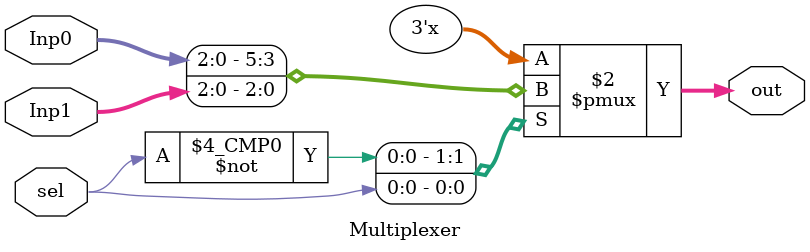
<source format=v>
module Multiplexer(output reg [2:0]out, input[2:0]Inp0,Inp1, input sel);

	always @(sel)
	begin
		case(sel)
			1'b0 : out = Inp0;
			1'b1 : out = Inp1;
			default: out = 3'bx;
		endcase
	end

endmodule 
</source>
